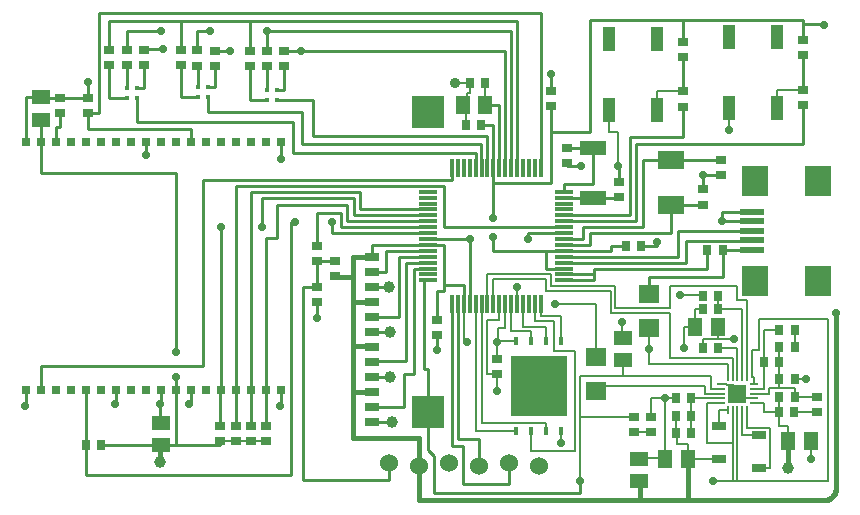
<source format=gtl>
G75*
%MOIN*%
%OFA0B0*%
%FSLAX25Y25*%
%IPPOS*%
%LPD*%
%AMOC8*
5,1,8,0,0,1.08239X$1,22.5*
%
%ADD10R,0.02559X0.03150*%
%ADD11R,0.05906X0.01181*%
%ADD12R,0.01181X0.05906*%
%ADD13R,0.02756X0.00787*%
%ADD14R,0.00787X0.02756*%
%ADD15R,0.06496X0.06496*%
%ADD16R,0.08661X0.09843*%
%ADD17R,0.07874X0.01969*%
%ADD18R,0.03937X0.07874*%
%ADD19R,0.01772X0.01772*%
%ADD20R,0.10950X0.10950*%
%ADD21C,0.06000*%
%ADD22R,0.05118X0.05906*%
%ADD23R,0.02756X0.03543*%
%ADD24R,0.03543X0.02756*%
%ADD25R,0.05906X0.05118*%
%ADD26R,0.04724X0.02559*%
%ADD27R,0.19000X0.20000*%
%ADD28R,0.01400X0.03000*%
%ADD29R,0.09055X0.06299*%
%ADD30R,0.08661X0.05118*%
%ADD31R,0.05000X0.02500*%
%ADD32R,0.07098X0.06299*%
%ADD33C,0.00700*%
%ADD34C,0.02800*%
%ADD35C,0.00800*%
%ADD36C,0.01000*%
%ADD37C,0.03962*%
%ADD38C,0.03569*%
%ADD39C,0.01600*%
D10*
X0119213Y0126339D03*
X0114213Y0126339D03*
X0109213Y0126339D03*
X0104213Y0126339D03*
X0099213Y0126339D03*
X0094213Y0126339D03*
X0089213Y0126339D03*
X0084213Y0126339D03*
X0079213Y0126339D03*
X0074213Y0126339D03*
X0069213Y0126339D03*
X0064213Y0126339D03*
X0059213Y0126339D03*
X0054213Y0126339D03*
X0049213Y0126339D03*
X0044213Y0126339D03*
X0039213Y0126339D03*
X0034213Y0126339D03*
X0034213Y0043661D03*
X0039213Y0043661D03*
X0044213Y0043661D03*
X0049213Y0043661D03*
X0054213Y0043661D03*
X0059213Y0043661D03*
X0064213Y0043661D03*
X0069213Y0043661D03*
X0074213Y0043661D03*
X0079213Y0043661D03*
X0084213Y0043661D03*
X0089213Y0043661D03*
X0094213Y0043661D03*
X0099213Y0043661D03*
X0104213Y0043661D03*
X0109213Y0043661D03*
X0114213Y0043661D03*
X0119213Y0043661D03*
D11*
X0168462Y0109764D03*
X0168462Y0107795D03*
X0168462Y0105827D03*
X0168462Y0103858D03*
X0168462Y0101890D03*
X0168462Y0099921D03*
X0168462Y0097953D03*
X0168462Y0095984D03*
X0168462Y0094016D03*
X0168462Y0092047D03*
X0168462Y0090079D03*
X0168462Y0088110D03*
X0168462Y0086142D03*
X0168462Y0084173D03*
X0168462Y0082205D03*
X0168462Y0080236D03*
X0213738Y0080236D03*
X0213738Y0082205D03*
X0213738Y0084173D03*
X0213738Y0086142D03*
X0213738Y0088110D03*
X0213738Y0090079D03*
X0213738Y0092047D03*
X0213738Y0094016D03*
X0213738Y0095984D03*
X0213738Y0097953D03*
X0213738Y0099921D03*
X0213738Y0101890D03*
X0213738Y0103858D03*
X0213738Y0105827D03*
X0213738Y0107795D03*
X0213738Y0109764D03*
D12*
X0176336Y0072362D03*
X0178305Y0072362D03*
X0180273Y0072362D03*
X0182242Y0072362D03*
X0184210Y0072362D03*
X0186179Y0072362D03*
X0188147Y0072362D03*
X0190116Y0072362D03*
X0192084Y0072362D03*
X0194053Y0072362D03*
X0196021Y0072362D03*
X0197990Y0072362D03*
X0199958Y0072362D03*
X0201927Y0072362D03*
X0203895Y0072362D03*
X0205864Y0072362D03*
X0205864Y0117638D03*
X0203895Y0117638D03*
X0201927Y0117638D03*
X0199958Y0117638D03*
X0197990Y0117638D03*
X0196021Y0117638D03*
X0194053Y0117638D03*
X0192084Y0117638D03*
X0190116Y0117638D03*
X0188147Y0117638D03*
X0186179Y0117638D03*
X0184210Y0117638D03*
X0182242Y0117638D03*
X0180273Y0117638D03*
X0178305Y0117638D03*
X0176336Y0117638D03*
D13*
X0265988Y0045650D03*
X0265988Y0044075D03*
X0265988Y0042500D03*
X0265988Y0040925D03*
X0265988Y0039350D03*
X0277012Y0039350D03*
X0277012Y0040925D03*
X0277012Y0042500D03*
X0277012Y0044075D03*
X0277012Y0045650D03*
D14*
X0268350Y0036988D03*
X0269925Y0036988D03*
X0271500Y0036988D03*
X0273075Y0036988D03*
X0274650Y0036988D03*
X0274650Y0048012D03*
X0273075Y0048012D03*
X0271500Y0048012D03*
X0269925Y0048012D03*
X0268350Y0048012D03*
D15*
X0271500Y0042500D03*
D16*
X0277326Y0080165D03*
X0277326Y0113235D03*
X0298192Y0080165D03*
X0298192Y0113235D03*
D17*
X0276342Y0090401D03*
X0276342Y0093550D03*
X0276342Y0096700D03*
X0276342Y0099850D03*
X0276342Y0102999D03*
D18*
X0268588Y0137589D03*
X0284612Y0137589D03*
X0268588Y0161211D03*
X0284612Y0161211D03*
X0228688Y0137089D03*
X0244712Y0137089D03*
X0228688Y0160711D03*
X0244712Y0160711D03*
D19*
X0071473Y0141127D03*
X0068127Y0141127D03*
X0068127Y0144473D03*
X0071473Y0144473D03*
X0094873Y0141327D03*
X0091527Y0141327D03*
X0091527Y0144673D03*
X0094873Y0144673D03*
X0118073Y0140427D03*
X0114727Y0140427D03*
X0114727Y0143773D03*
X0118073Y0143773D03*
D20*
X0168400Y0036300D03*
X0168400Y0136300D03*
D21*
X0155300Y0019500D03*
X0165300Y0018500D03*
X0175300Y0019500D03*
X0185300Y0018500D03*
X0195300Y0019500D03*
X0205300Y0018500D03*
D22*
X0264840Y0064600D03*
X0257360Y0064600D03*
X0247460Y0020600D03*
X0254940Y0020600D03*
X0179960Y0138600D03*
X0187440Y0138600D03*
X0288360Y0026700D03*
X0295840Y0026700D03*
D23*
X0285441Y0063800D03*
X0290559Y0063800D03*
X0256159Y0035100D03*
X0251041Y0035100D03*
X0280341Y0053100D03*
X0285459Y0053100D03*
X0264959Y0057600D03*
X0259841Y0057600D03*
X0265059Y0070700D03*
X0259941Y0070700D03*
X0259941Y0075100D03*
X0265059Y0075100D03*
X0256159Y0029400D03*
X0251041Y0029400D03*
X0251041Y0040900D03*
X0256159Y0040900D03*
X0290559Y0041400D03*
X0285441Y0041400D03*
X0290559Y0047500D03*
X0285441Y0047500D03*
X0290459Y0036300D03*
X0285341Y0036300D03*
X0290559Y0058100D03*
X0285441Y0058100D03*
X0239359Y0091700D03*
X0234241Y0091700D03*
X0182341Y0145900D03*
X0187459Y0145900D03*
X0181041Y0132000D03*
X0186159Y0132000D03*
X0054241Y0025200D03*
X0059359Y0025200D03*
X0261441Y0090400D03*
X0266559Y0090400D03*
D24*
X0298000Y0041459D03*
X0298000Y0036341D03*
X0137300Y0086659D03*
X0137300Y0081541D03*
X0131300Y0091759D03*
X0131300Y0086641D03*
X0209500Y0143359D03*
X0209500Y0138241D03*
X0131300Y0072941D03*
X0131300Y0078059D03*
X0171500Y0062041D03*
X0171500Y0067159D03*
X0191500Y0048941D03*
X0191500Y0054059D03*
X0114300Y0031659D03*
X0114300Y0026541D03*
X0109200Y0031659D03*
X0109200Y0026541D03*
X0104200Y0031659D03*
X0104200Y0026541D03*
X0099000Y0031659D03*
X0099000Y0026541D03*
X0054900Y0141159D03*
X0054900Y0136041D03*
X0045700Y0141159D03*
X0045700Y0136041D03*
X0253400Y0154541D03*
X0253400Y0159659D03*
X0253400Y0138141D03*
X0253400Y0143259D03*
X0293300Y0155241D03*
X0293300Y0160359D03*
X0293200Y0138641D03*
X0293200Y0143759D03*
X0114800Y0156659D03*
X0114800Y0151541D03*
X0120400Y0156759D03*
X0120400Y0151641D03*
X0109000Y0156759D03*
X0109000Y0151641D03*
X0091500Y0156859D03*
X0091500Y0151741D03*
X0097300Y0156759D03*
X0097300Y0151641D03*
X0085900Y0156959D03*
X0085900Y0151841D03*
X0068100Y0157059D03*
X0068100Y0151941D03*
X0073800Y0156959D03*
X0073800Y0151841D03*
X0062000Y0157059D03*
X0062000Y0151941D03*
X0266000Y0115341D03*
X0266000Y0120459D03*
X0259900Y0110559D03*
X0259900Y0105441D03*
X0214600Y0119241D03*
X0214600Y0124359D03*
X0231900Y0112959D03*
X0231900Y0107841D03*
X0237000Y0029641D03*
X0237000Y0034759D03*
X0242700Y0029641D03*
X0242700Y0034759D03*
D25*
X0233200Y0061140D03*
X0233200Y0053660D03*
X0039200Y0141240D03*
X0039200Y0133760D03*
X0079200Y0032740D03*
X0079200Y0025260D03*
X0238800Y0013260D03*
X0238800Y0020740D03*
D26*
X0265200Y0031513D03*
X0265200Y0020687D03*
X0278700Y0028513D03*
X0278700Y0017687D03*
D27*
X0205200Y0044900D03*
D28*
X0197700Y0029900D03*
X0202700Y0029900D03*
X0207700Y0029900D03*
X0212700Y0029900D03*
X0212700Y0059900D03*
X0207700Y0059900D03*
X0202700Y0059900D03*
X0197700Y0059900D03*
D29*
X0249400Y0105420D03*
X0249400Y0120380D03*
D30*
X0223500Y0124368D03*
X0223500Y0107832D03*
D31*
X0149600Y0088100D03*
X0149600Y0083100D03*
X0149600Y0078100D03*
X0149600Y0073100D03*
X0149600Y0068100D03*
X0149600Y0063100D03*
X0149600Y0058100D03*
X0149600Y0053100D03*
X0149600Y0048100D03*
X0149600Y0043100D03*
X0149600Y0038100D03*
X0149600Y0033100D03*
D32*
X0242100Y0075598D03*
X0242100Y0064402D03*
X0224200Y0054698D03*
X0224200Y0043502D03*
D33*
X0271500Y0048012D02*
X0271500Y0057600D01*
X0264959Y0057600D01*
X0252400Y0075200D02*
X0259941Y0075200D01*
X0259941Y0075100D01*
X0277012Y0040925D02*
X0271500Y0040925D01*
X0271500Y0042500D01*
X0181041Y0132000D02*
X0181041Y0137519D01*
X0179960Y0138600D01*
X0181041Y0138600D02*
X0181200Y0138759D01*
X0181200Y0142700D01*
X0182341Y0142700D01*
X0182341Y0145900D01*
X0177500Y0145900D01*
X0228688Y0137089D02*
X0228688Y0129700D01*
X0231800Y0129700D01*
X0231800Y0118500D01*
X0268588Y0137589D02*
X0268588Y0130200D01*
X0268600Y0130200D01*
X0192084Y0072362D02*
X0192084Y0066900D01*
X0187900Y0066900D01*
X0187900Y0048941D01*
X0212700Y0029900D02*
X0212700Y0026100D01*
X0191500Y0043400D02*
X0191500Y0048941D01*
X0187900Y0048841D02*
X0187900Y0048941D01*
X0191500Y0048941D01*
X0290559Y0047500D02*
X0294300Y0047500D01*
X0295840Y0026700D02*
X0296040Y0022800D01*
X0296000Y0020700D01*
X0251041Y0040900D02*
X0247200Y0040900D01*
X0242700Y0040900D01*
X0242700Y0034759D01*
X0247200Y0020860D02*
X0247202Y0020829D01*
X0247208Y0020798D01*
X0247217Y0020768D01*
X0247230Y0020739D01*
X0247246Y0020712D01*
X0247265Y0020688D01*
X0247288Y0020665D01*
X0247312Y0020646D01*
X0247339Y0020630D01*
X0247368Y0020617D01*
X0247398Y0020608D01*
X0247429Y0020602D01*
X0247460Y0020600D01*
X0247200Y0020860D02*
X0247200Y0040900D01*
X0265988Y0045650D02*
X0265988Y0045600D01*
X0267700Y0045600D01*
X0267900Y0045400D01*
X0269900Y0045400D01*
X0271500Y0043800D01*
X0271500Y0042500D01*
X0259841Y0057600D02*
X0259841Y0060600D01*
X0264859Y0060600D01*
X0270300Y0060600D01*
X0264859Y0060600D02*
X0264840Y0064600D01*
X0233200Y0061140D02*
X0232900Y0061140D01*
X0232900Y0066300D01*
X0247200Y0020860D02*
X0238800Y0020860D01*
X0238800Y0020740D01*
X0273075Y0048012D02*
X0273075Y0070700D01*
X0265059Y0070700D01*
X0265059Y0075100D01*
X0229200Y0076800D02*
X0229200Y0069200D01*
X0248900Y0069200D01*
X0248900Y0054500D01*
X0269900Y0054500D01*
X0269900Y0048012D01*
X0269925Y0048012D01*
X0229200Y0076800D02*
X0207600Y0076800D01*
X0207600Y0080800D01*
X0190116Y0080800D01*
X0190116Y0072362D01*
X0274650Y0048012D02*
X0274650Y0073700D01*
X0271500Y0073700D01*
X0271500Y0078200D01*
X0249000Y0078200D01*
X0249000Y0071100D01*
X0230800Y0071000D01*
X0230800Y0078500D01*
X0188147Y0072362D02*
X0188100Y0072362D01*
X0230800Y0078500D02*
X0209300Y0078500D01*
X0209300Y0082400D01*
X0188147Y0082400D01*
X0188147Y0072362D01*
X0273075Y0036988D02*
X0273075Y0028513D01*
X0278700Y0028513D01*
X0274650Y0036988D02*
X0274650Y0031000D01*
X0282300Y0031000D01*
X0282300Y0017687D01*
X0278700Y0017687D01*
X0268350Y0036988D02*
X0265200Y0036988D01*
X0265200Y0031513D01*
X0290459Y0036300D02*
X0298000Y0036300D01*
X0298000Y0036341D01*
X0277012Y0039350D02*
X0280500Y0039350D01*
X0280500Y0036400D01*
X0285341Y0036400D01*
X0285341Y0036300D01*
X0285441Y0041400D02*
X0285341Y0041400D01*
X0285341Y0036300D01*
X0285341Y0031700D01*
X0288200Y0031700D01*
X0288360Y0026700D02*
X0290400Y0026600D01*
X0288200Y0031700D02*
X0288200Y0026700D01*
X0288360Y0026700D01*
X0290559Y0058100D02*
X0290559Y0063800D01*
X0285441Y0063800D02*
X0280341Y0063800D01*
X0280341Y0053100D01*
X0280341Y0044075D01*
X0277012Y0044075D01*
X0301700Y0013300D02*
X0301700Y0067400D01*
X0278600Y0067400D01*
X0278600Y0057000D01*
X0276200Y0057000D01*
X0276200Y0048000D01*
X0277100Y0048000D01*
X0277100Y0045650D01*
X0277012Y0045650D01*
X0271400Y0013200D02*
X0269900Y0013200D01*
X0269925Y0036988D02*
X0269900Y0036988D01*
X0269900Y0026100D01*
X0269900Y0013200D01*
X0271500Y0036988D02*
X0271500Y0013300D01*
X0271400Y0013200D01*
X0265988Y0039350D02*
X0261300Y0039350D01*
X0261300Y0026100D01*
X0269900Y0026100D01*
X0237800Y0034600D02*
X0237000Y0034759D01*
X0271400Y0013200D02*
X0301700Y0013300D01*
X0269900Y0013200D02*
X0263500Y0013200D01*
X0237000Y0034600D02*
X0219100Y0034600D01*
X0219100Y0013200D01*
X0237000Y0034600D02*
X0237000Y0034759D01*
X0233400Y0053460D02*
X0233200Y0053660D01*
X0265988Y0044075D02*
X0262700Y0044075D01*
X0262700Y0048300D01*
X0233200Y0048300D01*
X0219100Y0048300D01*
X0219100Y0034600D01*
X0233200Y0048300D02*
X0233200Y0053660D01*
X0187440Y0138600D02*
X0187440Y0145881D01*
X0187459Y0145900D01*
X0184210Y0072362D02*
X0184210Y0029900D01*
X0197700Y0029900D01*
X0199958Y0072362D02*
X0199958Y0064700D01*
X0207600Y0064700D01*
X0207600Y0059900D01*
X0207700Y0059900D01*
X0203895Y0072362D02*
X0203895Y0066700D01*
X0210300Y0066700D01*
X0210300Y0056800D01*
X0217300Y0056800D01*
X0217300Y0023400D01*
X0202700Y0023400D01*
X0202700Y0029900D01*
X0212700Y0059900D02*
X0212700Y0068400D01*
X0205900Y0068400D01*
X0205900Y0072362D01*
X0205864Y0072362D01*
X0284612Y0137589D02*
X0284612Y0143759D01*
X0293200Y0143759D01*
X0244712Y0137089D02*
X0244712Y0143259D01*
X0253400Y0143259D01*
X0256159Y0040900D02*
X0256159Y0035100D01*
X0256159Y0029400D01*
X0256159Y0040900D02*
X0256159Y0040925D01*
X0265988Y0040925D01*
X0251041Y0035100D02*
X0251041Y0029400D01*
X0194053Y0072362D02*
X0194053Y0064400D01*
X0191700Y0064400D01*
X0191700Y0059700D01*
X0191500Y0059700D01*
X0191500Y0059900D01*
X0197700Y0059900D01*
X0191500Y0059700D02*
X0191500Y0054059D01*
X0180273Y0072362D02*
X0180273Y0059700D01*
X0181500Y0059700D01*
X0265200Y0020687D02*
X0265200Y0020600D01*
X0254940Y0020600D01*
X0254940Y0025600D02*
X0251200Y0025600D01*
X0251200Y0029400D01*
X0251041Y0029400D01*
X0254940Y0025600D02*
X0254940Y0020600D01*
X0196021Y0072362D02*
X0196021Y0063200D01*
X0202700Y0063200D01*
X0202700Y0059900D01*
X0186179Y0072362D02*
X0186179Y0032800D01*
X0207700Y0032800D01*
X0207700Y0029900D01*
X0290559Y0041400D02*
X0298000Y0041400D01*
X0298000Y0041459D01*
X0277012Y0042500D02*
X0282100Y0042500D01*
X0282100Y0044400D01*
X0285441Y0044400D01*
X0285441Y0047500D01*
X0290559Y0041400D02*
X0290559Y0044400D01*
X0285441Y0044400D01*
X0285441Y0047500D02*
X0285441Y0053100D01*
X0285459Y0053100D01*
X0285459Y0058100D01*
X0285441Y0058100D01*
X0242700Y0029641D02*
X0237000Y0029641D01*
X0265988Y0042500D02*
X0260800Y0042500D01*
X0260800Y0044900D01*
X0224200Y0044900D01*
X0224200Y0043502D01*
X0242100Y0064402D02*
X0242100Y0057500D01*
X0242100Y0052200D01*
X0268300Y0052200D01*
X0268300Y0048012D01*
X0268350Y0048012D01*
X0257360Y0064600D02*
X0253700Y0064600D01*
X0253700Y0057600D01*
X0259941Y0070700D02*
X0257360Y0070700D01*
X0257360Y0064600D01*
X0224200Y0054698D02*
X0224200Y0072500D01*
X0210800Y0072500D01*
X0198000Y0077900D02*
X0198000Y0072362D01*
X0197990Y0072362D01*
D34*
X0252400Y0075200D03*
X0033900Y0038500D03*
X0063900Y0039000D03*
X0079100Y0039000D03*
X0119000Y0038300D03*
X0088700Y0038900D03*
X0054900Y0146500D03*
X0119200Y0120700D03*
X0244600Y0093100D03*
X0266500Y0099900D03*
X0074300Y0121900D03*
X0182300Y0094000D03*
X0201600Y0093900D03*
X0209500Y0148900D03*
X0260000Y0115300D03*
X0219400Y0118500D03*
X0231800Y0118500D03*
X0131300Y0067700D03*
X0171500Y0056900D03*
X0268600Y0130200D03*
X0212700Y0026100D03*
X0191500Y0043400D03*
X0294300Y0047500D03*
X0296000Y0020700D03*
X0247200Y0040900D03*
X0270300Y0060600D03*
X0232900Y0066300D03*
X0084300Y0056300D03*
X0084300Y0047900D03*
X0263500Y0013200D03*
X0219100Y0013200D03*
X0099200Y0098100D03*
X0112900Y0098100D03*
X0136300Y0099800D03*
X0123900Y0099800D03*
X0079900Y0157200D03*
X0126000Y0156759D03*
X0102500Y0156759D03*
X0079300Y0163400D03*
X0095800Y0163400D03*
X0114800Y0163300D03*
X0190100Y0094600D03*
X0190100Y0101000D03*
X0191500Y0059700D03*
X0181500Y0059700D03*
X0304300Y0069400D03*
X0300500Y0165400D03*
X0242100Y0057500D03*
X0253700Y0057600D03*
X0210800Y0072500D03*
X0198000Y0077900D03*
D35*
X0079213Y0031559D02*
X0079200Y0032740D01*
X0079100Y0031559D01*
X0099000Y0026541D02*
X0104200Y0026541D01*
X0109200Y0026541D01*
X0114300Y0026541D01*
D36*
X0034213Y0043661D02*
X0034213Y0038500D01*
X0033900Y0038500D01*
X0064213Y0043661D02*
X0064213Y0039000D01*
X0063900Y0039000D01*
X0079213Y0043661D02*
X0079213Y0039000D01*
X0079100Y0039000D01*
X0079100Y0031559D01*
X0119213Y0043661D02*
X0119213Y0038300D01*
X0119000Y0038300D01*
X0089213Y0043661D02*
X0089213Y0038900D01*
X0088700Y0038900D01*
X0179960Y0138600D02*
X0181041Y0138600D01*
X0054900Y0146500D02*
X0054900Y0141159D01*
X0045700Y0141159D01*
X0119213Y0126339D02*
X0119213Y0120700D01*
X0119200Y0120700D01*
X0239359Y0091700D02*
X0244600Y0091700D01*
X0244600Y0093100D01*
X0276342Y0102999D02*
X0266500Y0102999D01*
X0266500Y0099900D01*
X0276342Y0099900D01*
X0276342Y0099850D01*
X0074213Y0126339D02*
X0074300Y0126339D01*
X0074300Y0121900D01*
X0168462Y0094016D02*
X0178400Y0094016D01*
X0182300Y0094000D01*
X0213738Y0095984D02*
X0201600Y0095984D01*
X0201600Y0093900D01*
X0209500Y0143359D02*
X0209500Y0148900D01*
X0266500Y0100941D02*
X0266500Y0099900D01*
X0259900Y0110559D02*
X0260000Y0110559D01*
X0260000Y0115300D01*
X0266000Y0115300D01*
X0266000Y0115341D01*
X0214600Y0119241D02*
X0214600Y0118500D01*
X0219400Y0118500D01*
X0231900Y0112959D02*
X0231900Y0118500D01*
X0231800Y0118500D01*
X0131300Y0072941D02*
X0131300Y0067700D01*
X0149600Y0078100D02*
X0155400Y0078100D01*
X0155800Y0063100D02*
X0149600Y0063100D01*
X0149600Y0033100D02*
X0156400Y0033100D01*
X0156400Y0033000D01*
X0155800Y0048100D02*
X0149600Y0048100D01*
X0034213Y0126339D02*
X0034213Y0141240D01*
X0039200Y0141240D01*
X0039200Y0141159D01*
X0045700Y0141159D01*
X0171500Y0062041D02*
X0171500Y0056900D01*
X0034101Y0038500D02*
X0033900Y0038500D01*
X0182242Y0072362D02*
X0182300Y0072362D01*
X0182300Y0094000D01*
X0039200Y0133760D02*
X0039200Y0126339D01*
X0039213Y0126339D01*
X0079200Y0025260D02*
X0079200Y0025200D01*
X0084213Y0043661D02*
X0084213Y0025260D01*
X0079200Y0025260D01*
X0059359Y0025200D02*
X0059359Y0025260D01*
X0079200Y0025260D01*
X0084300Y0047900D02*
X0084300Y0043661D01*
X0084213Y0043661D01*
X0039213Y0126339D02*
X0039213Y0116000D01*
X0084200Y0116000D01*
X0084200Y0056300D01*
X0084300Y0056300D01*
X0099000Y0026541D02*
X0099000Y0025260D01*
X0084213Y0025260D01*
X0168400Y0080236D02*
X0168462Y0080236D01*
X0167100Y0080236D01*
X0167100Y0050600D01*
X0168400Y0050600D01*
X0168400Y0036300D01*
X0168400Y0023600D01*
X0170300Y0021700D01*
X0170300Y0009200D01*
X0219100Y0009200D01*
X0219100Y0013200D01*
X0131300Y0091759D02*
X0131300Y0102800D01*
X0139500Y0102800D01*
X0139500Y0097953D01*
X0168462Y0097953D01*
X0187440Y0138600D02*
X0192084Y0138600D01*
X0192084Y0117638D01*
X0131300Y0086641D02*
X0131300Y0078059D01*
X0126700Y0078059D01*
X0126700Y0013800D01*
X0155300Y0013800D01*
X0155300Y0019500D01*
X0137300Y0086659D02*
X0131300Y0086659D01*
X0131300Y0086641D01*
X0185300Y0018500D02*
X0185300Y0027400D01*
X0178400Y0027400D01*
X0178400Y0072362D01*
X0178305Y0072362D01*
X0176336Y0072362D02*
X0176336Y0025000D01*
X0180000Y0025000D01*
X0180000Y0012200D01*
X0195300Y0012200D01*
X0195300Y0019500D01*
X0054900Y0136041D02*
X0054900Y0130600D01*
X0089200Y0130600D01*
X0089200Y0126339D01*
X0089213Y0126339D01*
X0058800Y0169200D02*
X0058800Y0135900D01*
X0054900Y0135900D01*
X0054900Y0136041D01*
X0205864Y0117638D02*
X0205864Y0169200D01*
X0058800Y0169200D01*
X0044213Y0126339D02*
X0044213Y0131300D01*
X0045700Y0131300D01*
X0045700Y0136041D01*
X0039213Y0043661D02*
X0039213Y0051800D01*
X0093200Y0051800D01*
X0093200Y0113700D01*
X0176300Y0113700D01*
X0176300Y0117638D01*
X0176336Y0117638D01*
X0118073Y0140427D02*
X0130100Y0140427D01*
X0130100Y0128500D01*
X0188147Y0128500D01*
X0188147Y0117638D01*
X0094873Y0141327D02*
X0094873Y0136300D01*
X0126500Y0136300D01*
X0126500Y0125600D01*
X0186100Y0125600D01*
X0186100Y0117638D01*
X0186179Y0117638D01*
X0071473Y0141127D02*
X0071473Y0133100D01*
X0123400Y0133100D01*
X0123400Y0122800D01*
X0184200Y0122800D01*
X0184200Y0117638D01*
X0184210Y0117638D01*
X0109200Y0031659D02*
X0109200Y0043661D01*
X0109213Y0043661D01*
X0109213Y0109700D01*
X0145800Y0109700D01*
X0145800Y0103858D01*
X0168462Y0103858D01*
X0099000Y0031659D02*
X0099000Y0043661D01*
X0099213Y0043661D01*
X0099213Y0098100D01*
X0099200Y0098100D01*
X0112900Y0098100D02*
X0112900Y0107600D01*
X0143600Y0107600D01*
X0143600Y0101890D01*
X0168462Y0101890D01*
X0114300Y0031659D02*
X0114300Y0043661D01*
X0114213Y0043661D01*
X0114213Y0094400D01*
X0117900Y0094400D01*
X0168462Y0099921D02*
X0141500Y0099921D01*
X0141500Y0105500D01*
X0117900Y0105500D01*
X0117900Y0094400D01*
X0054213Y0043661D02*
X0054241Y0043661D01*
X0054241Y0025200D01*
X0054300Y0026400D01*
X0168462Y0095984D02*
X0136300Y0095984D01*
X0136300Y0099800D01*
X0123900Y0099800D02*
X0122600Y0099800D01*
X0122700Y0015300D01*
X0054241Y0015300D01*
X0054241Y0025200D01*
X0104200Y0031659D02*
X0104200Y0043661D01*
X0104213Y0043661D01*
X0104213Y0095200D01*
X0104200Y0095300D01*
X0104200Y0111600D01*
X0173700Y0111600D01*
X0173700Y0097953D01*
X0213738Y0097953D01*
X0213738Y0099921D02*
X0237700Y0099921D01*
X0237700Y0125600D01*
X0293200Y0125600D01*
X0293200Y0138641D01*
X0276342Y0096700D02*
X0251700Y0096700D01*
X0251700Y0088100D01*
X0213738Y0088100D01*
X0213738Y0088110D01*
X0213738Y0086142D02*
X0254400Y0086142D01*
X0254400Y0093500D01*
X0276342Y0093500D01*
X0276342Y0093550D01*
X0276342Y0090401D02*
X0276342Y0090400D01*
X0266559Y0090400D01*
X0266559Y0081500D01*
X0242100Y0081500D01*
X0242100Y0075598D01*
X0213743Y0082200D02*
X0213741Y0082201D01*
X0213739Y0082203D01*
X0213738Y0082205D01*
X0223700Y0082205D01*
X0223700Y0082700D01*
X0223700Y0084100D01*
X0261441Y0084100D01*
X0261441Y0090400D01*
X0213738Y0080236D02*
X0223700Y0080236D01*
X0223700Y0082205D01*
X0293200Y0143759D02*
X0293200Y0155241D01*
X0293300Y0155241D01*
X0253400Y0154541D02*
X0253400Y0143259D01*
X0213738Y0101890D02*
X0235700Y0101890D01*
X0235700Y0127900D01*
X0253400Y0127900D01*
X0253400Y0138141D01*
X0068127Y0141127D02*
X0062000Y0141127D01*
X0062000Y0151941D01*
X0071473Y0144473D02*
X0073800Y0144473D01*
X0073800Y0151841D01*
X0068127Y0144473D02*
X0068100Y0144473D01*
X0068100Y0151941D01*
X0091527Y0141327D02*
X0085900Y0141327D01*
X0085900Y0151841D01*
X0094873Y0144673D02*
X0097300Y0144673D01*
X0097300Y0151641D01*
X0091500Y0151741D02*
X0091527Y0151741D01*
X0091527Y0144673D01*
X0114727Y0140427D02*
X0109000Y0140427D01*
X0109000Y0151641D01*
X0118073Y0143773D02*
X0120400Y0143773D01*
X0120400Y0151641D01*
X0114727Y0143773D02*
X0114800Y0143773D01*
X0114800Y0151541D01*
X0109000Y0156759D02*
X0109000Y0166800D01*
X0197990Y0117638D02*
X0198000Y0117638D01*
X0062000Y0157059D02*
X0062000Y0166700D01*
X0085900Y0166700D01*
X0109000Y0166800D01*
X0085900Y0166700D02*
X0085900Y0156959D01*
X0109000Y0166800D02*
X0197990Y0166800D01*
X0197990Y0117638D01*
X0126000Y0156759D02*
X0120400Y0156759D01*
X0073800Y0156959D02*
X0073800Y0157200D01*
X0079900Y0157200D01*
X0097300Y0156759D02*
X0102500Y0156759D01*
X0126000Y0156759D02*
X0194053Y0156759D01*
X0194053Y0117638D01*
X0114800Y0156659D02*
X0114800Y0163300D01*
X0068100Y0157059D02*
X0068100Y0163400D01*
X0079300Y0163400D01*
X0091500Y0156859D02*
X0091500Y0163400D01*
X0095800Y0163400D01*
X0114800Y0163300D02*
X0196021Y0163300D01*
X0196021Y0117638D01*
X0186159Y0132000D02*
X0190116Y0132000D01*
X0190116Y0117638D01*
X0213738Y0090000D02*
X0213738Y0090079D01*
X0229500Y0090079D01*
X0229500Y0091800D01*
X0234241Y0091800D01*
X0234241Y0091700D01*
X0209500Y0138241D02*
X0209500Y0129600D01*
X0209500Y0112700D01*
X0190100Y0112700D01*
X0190100Y0117638D01*
X0190116Y0117638D01*
X0207700Y0084173D02*
X0207700Y0090100D01*
X0213738Y0090100D01*
X0213738Y0090079D01*
X0213738Y0084173D02*
X0207700Y0084173D01*
X0137300Y0081600D02*
X0137300Y0081541D01*
X0171500Y0067159D02*
X0171500Y0076800D01*
X0173800Y0076800D01*
X0173800Y0078800D01*
X0180300Y0078800D01*
X0180300Y0072362D01*
X0180273Y0072362D01*
X0168462Y0092047D02*
X0173800Y0092047D01*
X0173800Y0078800D01*
X0207700Y0090100D02*
X0190100Y0090100D01*
X0190100Y0094600D01*
X0190100Y0101000D02*
X0190100Y0112700D01*
X0293300Y0160359D02*
X0293300Y0165600D01*
X0293300Y0167100D01*
X0253400Y0167100D01*
X0222500Y0167100D01*
X0222500Y0129600D01*
X0209500Y0129600D01*
X0253400Y0159659D02*
X0253400Y0167100D01*
X0149600Y0088100D02*
X0149600Y0092047D01*
X0168462Y0092047D01*
X0300500Y0165400D02*
X0300500Y0165600D01*
X0293300Y0165600D01*
X0238900Y0013260D02*
X0238800Y0013260D01*
X0213738Y0092047D02*
X0222300Y0092047D01*
X0222300Y0095900D01*
X0249400Y0095900D01*
X0249400Y0105420D01*
X0259900Y0105420D01*
X0259900Y0105441D01*
X0249400Y0120380D02*
X0240000Y0120380D01*
X0240000Y0097900D01*
X0220000Y0097900D01*
X0220000Y0094000D01*
X0213738Y0094000D01*
X0213738Y0094016D01*
X0266000Y0120459D02*
X0249400Y0120459D01*
X0249400Y0120380D01*
X0168462Y0090079D02*
X0154500Y0090079D01*
X0154500Y0083000D01*
X0149600Y0083000D01*
X0149600Y0083100D01*
X0168462Y0088110D02*
X0158800Y0088110D01*
X0158800Y0068100D01*
X0149600Y0068100D01*
X0168462Y0086142D02*
X0161100Y0086142D01*
X0161100Y0053200D01*
X0149600Y0053200D01*
X0149600Y0053100D01*
X0168462Y0084173D02*
X0163700Y0084173D01*
X0163700Y0049100D01*
X0160300Y0049100D01*
X0160300Y0038100D01*
X0149600Y0038100D01*
X0213738Y0107795D02*
X0223500Y0107795D01*
X0223500Y0107832D01*
X0231900Y0107832D01*
X0231900Y0107841D01*
X0223500Y0124368D02*
X0214600Y0124368D01*
X0214600Y0124359D01*
X0223500Y0124368D02*
X0223500Y0112500D01*
X0213800Y0112500D01*
X0213800Y0109764D01*
X0213738Y0109764D01*
D37*
X0271500Y0042500D03*
X0155400Y0078100D03*
X0155800Y0063100D03*
X0156400Y0033000D03*
X0155800Y0048100D03*
X0288300Y0017600D03*
X0079100Y0019700D03*
D38*
X0177500Y0145900D03*
D39*
X0288360Y0026700D02*
X0288360Y0017600D01*
X0288300Y0017600D01*
X0079100Y0019700D02*
X0079100Y0025260D01*
X0079200Y0025260D01*
X0165200Y0018500D02*
X0165300Y0018500D01*
X0165300Y0027700D01*
X0143400Y0027700D01*
X0143400Y0043100D01*
X0143400Y0058200D01*
X0143400Y0073100D01*
X0149600Y0073100D01*
X0149600Y0058100D02*
X0149600Y0058200D01*
X0143400Y0058200D01*
X0143400Y0043100D02*
X0149600Y0043100D01*
X0143400Y0073100D02*
X0143400Y0081300D01*
X0143400Y0088100D01*
X0149600Y0088100D01*
X0137300Y0081541D02*
X0137300Y0081300D01*
X0143400Y0081300D01*
X0254940Y0020600D02*
X0255297Y0020600D01*
X0165200Y0018500D02*
X0165200Y0006900D01*
X0238900Y0006900D01*
X0254940Y0006900D01*
X0300200Y0006900D01*
X0300326Y0006902D01*
X0300452Y0006908D01*
X0300578Y0006917D01*
X0300704Y0006931D01*
X0300829Y0006949D01*
X0300953Y0006970D01*
X0301077Y0006995D01*
X0301200Y0007024D01*
X0301322Y0007057D01*
X0301443Y0007093D01*
X0301563Y0007133D01*
X0301681Y0007177D01*
X0301798Y0007224D01*
X0301914Y0007275D01*
X0302028Y0007330D01*
X0302140Y0007388D01*
X0302250Y0007449D01*
X0302358Y0007514D01*
X0302465Y0007582D01*
X0302569Y0007654D01*
X0302671Y0007728D01*
X0302770Y0007806D01*
X0302868Y0007886D01*
X0302962Y0007970D01*
X0303054Y0008057D01*
X0303143Y0008146D01*
X0303230Y0008238D01*
X0303314Y0008332D01*
X0303394Y0008430D01*
X0303472Y0008529D01*
X0303546Y0008631D01*
X0303618Y0008735D01*
X0303686Y0008842D01*
X0303751Y0008950D01*
X0303812Y0009060D01*
X0303870Y0009172D01*
X0303925Y0009286D01*
X0303976Y0009402D01*
X0304023Y0009519D01*
X0304067Y0009637D01*
X0304107Y0009757D01*
X0304143Y0009878D01*
X0304176Y0010000D01*
X0304205Y0010123D01*
X0304230Y0010247D01*
X0304251Y0010371D01*
X0304269Y0010496D01*
X0304283Y0010622D01*
X0304292Y0010748D01*
X0304298Y0010874D01*
X0304300Y0011000D01*
X0304300Y0069400D01*
X0238900Y0013260D02*
X0238900Y0006900D01*
X0254940Y0006900D02*
X0254940Y0020600D01*
M02*

</source>
